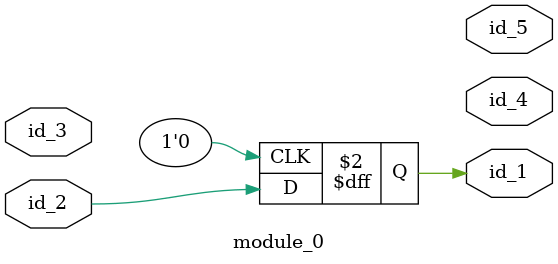
<source format=v>
`timescale 1 ps / 1ps
module module_0 (
    id_1,
    id_2,
    id_3,
    id_4,
    id_5
);
  output id_5;
  output id_4;
  inout id_3;
  inout id_2;
  output id_1;
  always @(posedge 1'b0) begin
    id_1 = id_2;
  end
endmodule

</source>
